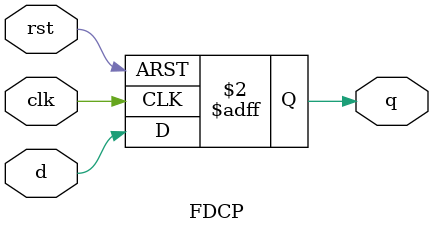
<source format=v>
module FDCP (
    clk,
    rst,
    d,
    q
);
  input clk, rst;
  input d;
  output reg q;

  always @(posedge clk or posedge rst)
    if (rst) q <= 0;
    else q <= d;
endmodule

</source>
